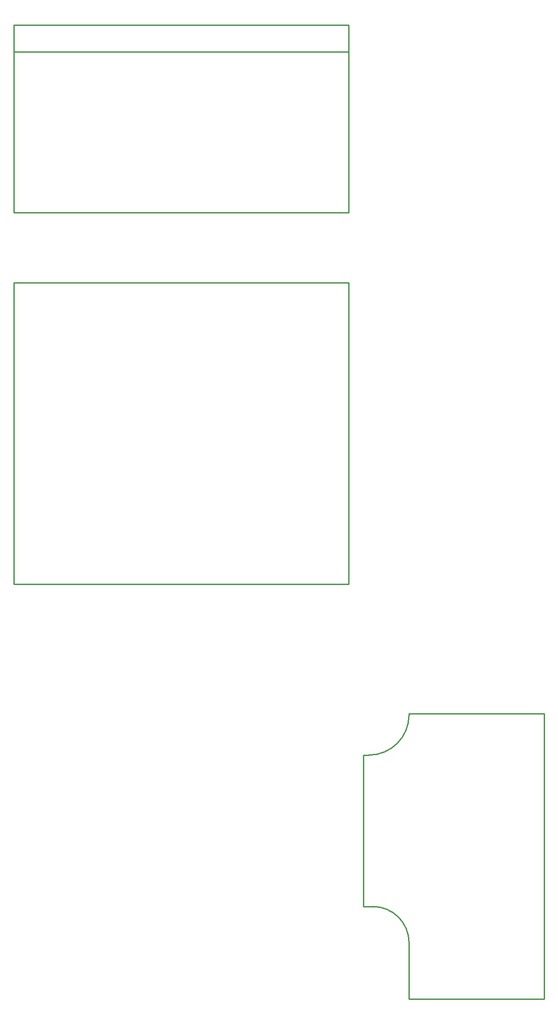
<source format=gko>
G04 start of page 2 for group 9 layer_idx 6 *
G04 Title: (unknown), global_outline *
G04 Creator: pcb-rnd 2.3.0 *
G04 CreationDate: 2021-04-07 02:04:46 UTC *
G04 For:  *
G04 Format: Gerber/RS-274X *
G04 PCB-Dimensions: 525000 770000 *
G04 PCB-Coordinate-Origin: lower left *
%MOIN*%
%FSLAX25Y25*%
%LNGLOBAL_BOUNDARY_UROUTE_9*%
%ADD61C,0.0100*%
G54D61*X22500Y750000D02*X272500D01*
X22500Y610000D02*Y750000D01*
Y730000D02*X272500D01*
Y750000D02*Y610000D01*
X22500D01*
Y557500D02*X272500D01*
X22500Y332500D02*Y557500D01*
X272500D02*Y332500D01*
X22500D02*X272500D01*
X418319Y236000D02*X317500D01*
Y235000D02*Y236000D01*
X283500Y205000D02*Y92000D01*
X290500D02*X283500D01*
X287500Y205000D02*X283500D01*
X418319Y236000D02*Y23000D01*
X317500D01*
Y65000D01*
X290500Y92000D02*G75*G02X317500Y65000I0J-27000D01*G01*
Y235000D02*G75*G02X287500Y205000I-30000J0D01*G01*
M02*

</source>
